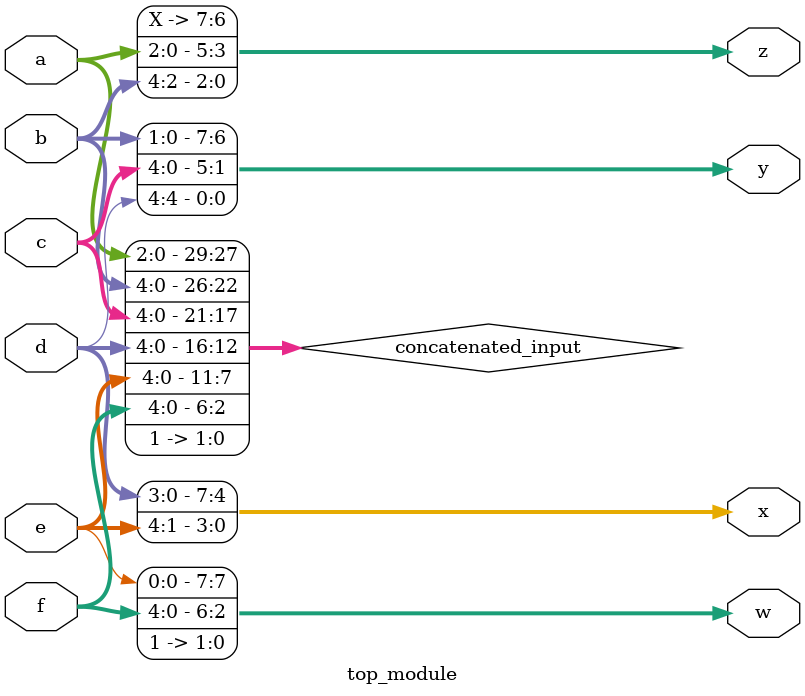
<source format=sv>
module top_module (
    input [4:0] a,
    input [4:0] b,
    input [4:0] c,
    input [4:0] d,
    input [4:0] e,
    input [4:0] f,
    output [7:0] w,
    output [7:0] x,
    output [7:0] y,
    output [7:0] z
);

wire [29:0] concatenated_input;

assign concatenated_input = {a, b, c, d, e, f, 2'b11};

assign w = concatenated_input[7:0];
assign x = concatenated_input[15:8];
assign y = concatenated_input[23:16];
assign z = {2'bx, concatenated_input[29:24]};

endmodule

</source>
